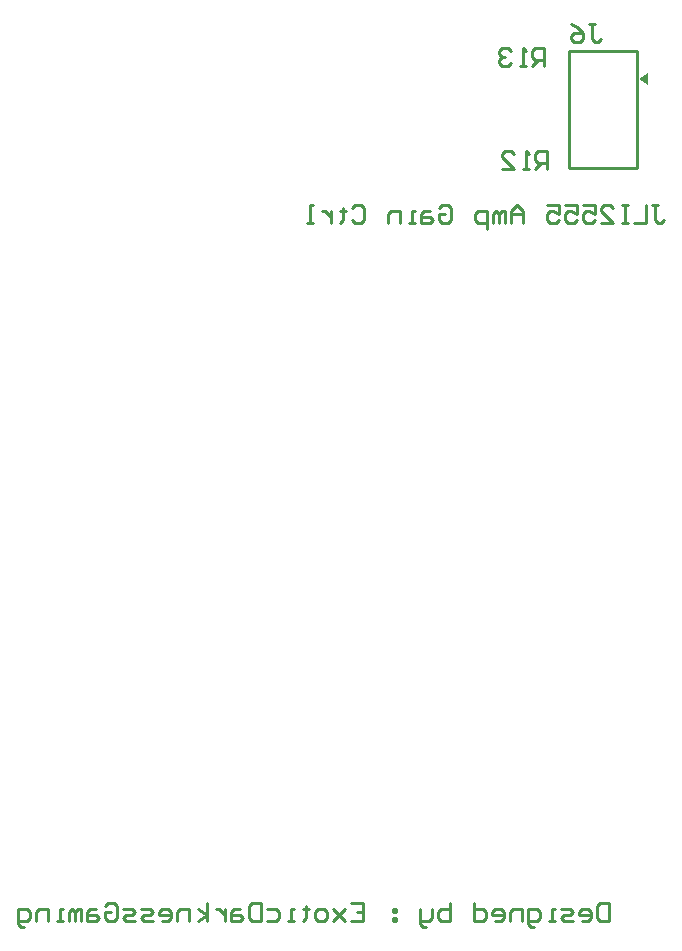
<source format=gbo>
G04*
G04 #@! TF.GenerationSoftware,Altium Limited,CircuitMaker,2.3.0 (2.3.0.3)*
G04*
G04 Layer_Color=13813960*
%FSLAX25Y25*%
%MOIN*%
G70*
G04*
G04 #@! TF.SameCoordinates,62C2B06D-8976-45AB-99A1-AE5862A21714*
G04*
G04*
G04 #@! TF.FilePolarity,Positive*
G04*
G01*
G75*
%ADD10C,0.01000*%
G36*
X694500Y372500D02*
X697500Y374500D01*
Y370500D01*
X694500Y372500D01*
D02*
G37*
D10*
X671212Y343012D02*
X693850D01*
X671212D02*
Y381989D01*
X693850D01*
Y343012D02*
Y381989D01*
X699001Y330497D02*
X701001D01*
X700001D01*
Y325499D01*
X701001Y324499D01*
X702000D01*
X703000Y325499D01*
X697002Y330497D02*
Y324499D01*
X693003D01*
X691004Y330497D02*
X689005D01*
X690004D01*
Y324499D01*
X691004D01*
X689005D01*
X682007D02*
X686005D01*
X682007Y328498D01*
Y329498D01*
X683006Y330497D01*
X685006D01*
X686005Y329498D01*
X676009Y330497D02*
X680007D01*
Y327498D01*
X678008Y328498D01*
X677008D01*
X676009Y327498D01*
Y325499D01*
X677008Y324499D01*
X679008D01*
X680007Y325499D01*
X670011Y330497D02*
X674009D01*
Y327498D01*
X672010Y328498D01*
X671010D01*
X670011Y327498D01*
Y325499D01*
X671010Y324499D01*
X673010D01*
X674009Y325499D01*
X664013Y330497D02*
X668011D01*
Y327498D01*
X666012Y328498D01*
X665012D01*
X664013Y327498D01*
Y325499D01*
X665012Y324499D01*
X667012D01*
X668011Y325499D01*
X656015Y324499D02*
Y328498D01*
X654016Y330497D01*
X652016Y328498D01*
Y324499D01*
Y327498D01*
X656015D01*
X650017Y324499D02*
Y328498D01*
X649017D01*
X648018Y327498D01*
Y324499D01*
Y327498D01*
X647018Y328498D01*
X646018Y327498D01*
Y324499D01*
X644019Y322500D02*
Y328498D01*
X641020D01*
X640020Y327498D01*
Y325499D01*
X641020Y324499D01*
X644019D01*
X628024Y329498D02*
X629024Y330497D01*
X631023D01*
X632023Y329498D01*
Y325499D01*
X631023Y324499D01*
X629024D01*
X628024Y325499D01*
Y327498D01*
X630024D01*
X625025Y328498D02*
X623026D01*
X622026Y327498D01*
Y324499D01*
X625025D01*
X626025Y325499D01*
X625025Y326499D01*
X622026D01*
X620027Y324499D02*
X618027D01*
X619027D01*
Y328498D01*
X620027D01*
X615028Y324499D02*
Y328498D01*
X612029D01*
X611030Y327498D01*
Y324499D01*
X599034Y329498D02*
X600033Y330497D01*
X602033D01*
X603032Y329498D01*
Y325499D01*
X602033Y324499D01*
X600033D01*
X599034Y325499D01*
X596035Y329498D02*
Y328498D01*
X597034D01*
X595035D01*
X596035D01*
Y325499D01*
X595035Y324499D01*
X592036Y328498D02*
Y324499D01*
Y326499D01*
X591036Y327498D01*
X590036Y328498D01*
X589037D01*
X586038Y324499D02*
X584038D01*
X585038D01*
Y330497D01*
X586038D01*
X678001Y390998D02*
X680001D01*
X679001D01*
Y386000D01*
X680001Y385000D01*
X681000D01*
X682000Y386000D01*
X672003Y390998D02*
X674003Y389998D01*
X676002Y387999D01*
Y386000D01*
X675002Y385000D01*
X673003D01*
X672003Y386000D01*
Y386999D01*
X673003Y387999D01*
X676002D01*
X684500Y97997D02*
Y91999D01*
X681501D01*
X680501Y92999D01*
Y96998D01*
X681501Y97997D01*
X684500D01*
X675503Y91999D02*
X677502D01*
X678502Y92999D01*
Y94998D01*
X677502Y95998D01*
X675503D01*
X674503Y94998D01*
Y93999D01*
X678502D01*
X672504Y91999D02*
X669505D01*
X668505Y92999D01*
X669505Y93999D01*
X671504D01*
X672504Y94998D01*
X671504Y95998D01*
X668505D01*
X666506Y91999D02*
X664506D01*
X665506D01*
Y95998D01*
X666506D01*
X659508Y90000D02*
X658508D01*
X657509Y91000D01*
Y95998D01*
X660508D01*
X661507Y94998D01*
Y92999D01*
X660508Y91999D01*
X657509D01*
X655509D02*
Y95998D01*
X652510D01*
X651511Y94998D01*
Y91999D01*
X646512D02*
X648512D01*
X649511Y92999D01*
Y94998D01*
X648512Y95998D01*
X646512D01*
X645513Y94998D01*
Y93999D01*
X649511D01*
X639514Y97997D02*
Y91999D01*
X642514D01*
X643513Y92999D01*
Y94998D01*
X642514Y95998D01*
X639514D01*
X631517Y97997D02*
Y91999D01*
X628518D01*
X627518Y92999D01*
Y93999D01*
Y94998D01*
X628518Y95998D01*
X631517D01*
X625519D02*
Y92999D01*
X624519Y91999D01*
X621520D01*
Y91000D01*
X622520Y90000D01*
X623520D01*
X621520Y91999D02*
Y95998D01*
X613523D02*
X612523D01*
Y94998D01*
X613523D01*
Y95998D01*
Y92999D02*
X612523D01*
Y91999D01*
X613523D01*
Y92999D01*
X598528Y97997D02*
X602527D01*
Y91999D01*
X598528D01*
X602527Y94998D02*
X600527D01*
X596528Y95998D02*
X592530Y91999D01*
X594529Y93999D01*
X592530Y95998D01*
X596528Y91999D01*
X589531D02*
X587531D01*
X586532Y92999D01*
Y94998D01*
X587531Y95998D01*
X589531D01*
X590530Y94998D01*
Y92999D01*
X589531Y91999D01*
X583533Y96998D02*
Y95998D01*
X584532D01*
X582533D01*
X583533D01*
Y92999D01*
X582533Y91999D01*
X579534D02*
X577535D01*
X578534D01*
Y95998D01*
X579534D01*
X570537D02*
X573536D01*
X574536Y94998D01*
Y92999D01*
X573536Y91999D01*
X570537D01*
X568538Y97997D02*
Y91999D01*
X565539D01*
X564539Y92999D01*
Y96998D01*
X565539Y97997D01*
X568538D01*
X561540Y95998D02*
X559540D01*
X558541Y94998D01*
Y91999D01*
X561540D01*
X562539Y92999D01*
X561540Y93999D01*
X558541D01*
X556541Y95998D02*
Y91999D01*
Y93999D01*
X555542Y94998D01*
X554542Y95998D01*
X553542D01*
X550543Y91999D02*
Y97997D01*
Y93999D02*
X547544Y95998D01*
X550543Y93999D02*
X547544Y91999D01*
X544545D02*
Y95998D01*
X541546D01*
X540547Y94998D01*
Y91999D01*
X535548D02*
X537547D01*
X538547Y92999D01*
Y94998D01*
X537547Y95998D01*
X535548D01*
X534549Y94998D01*
Y93999D01*
X538547D01*
X532549Y91999D02*
X529550D01*
X528550Y92999D01*
X529550Y93999D01*
X531550D01*
X532549Y94998D01*
X531550Y95998D01*
X528550D01*
X526551Y91999D02*
X523552D01*
X522552Y92999D01*
X523552Y93999D01*
X525551D01*
X526551Y94998D01*
X525551Y95998D01*
X522552D01*
X516554Y96998D02*
X517554Y97997D01*
X519553D01*
X520553Y96998D01*
Y92999D01*
X519553Y91999D01*
X517554D01*
X516554Y92999D01*
Y94998D01*
X518554D01*
X513555Y95998D02*
X511556D01*
X510556Y94998D01*
Y91999D01*
X513555D01*
X514555Y92999D01*
X513555Y93999D01*
X510556D01*
X508557Y91999D02*
Y95998D01*
X507557D01*
X506558Y94998D01*
Y91999D01*
Y94998D01*
X505558Y95998D01*
X504558Y94998D01*
Y91999D01*
X502559D02*
X500560D01*
X501559D01*
Y95998D01*
X502559D01*
X497561Y91999D02*
Y95998D01*
X494561D01*
X493562Y94998D01*
Y91999D01*
X489563Y90000D02*
X488563D01*
X487564Y91000D01*
Y95998D01*
X490563D01*
X491562Y94998D01*
Y92999D01*
X490563Y91999D01*
X487564D01*
X662998Y377001D02*
Y382999D01*
X659999D01*
X658999Y381999D01*
Y380000D01*
X659999Y379000D01*
X662998D01*
X660998D02*
X658999Y377001D01*
X656999D02*
X655000D01*
X656000D01*
Y382999D01*
X656999Y381999D01*
X652001D02*
X651002Y382999D01*
X649002D01*
X648002Y381999D01*
Y381000D01*
X649002Y380000D01*
X650002D01*
X649002D01*
X648002Y379000D01*
Y378001D01*
X649002Y377001D01*
X651002D01*
X652001Y378001D01*
X663998Y342501D02*
Y348499D01*
X660998D01*
X659999Y347499D01*
Y345500D01*
X660998Y344500D01*
X663998D01*
X661998D02*
X659999Y342501D01*
X658000D02*
X656000D01*
X657000D01*
Y348499D01*
X658000Y347499D01*
X649002Y342501D02*
X653001D01*
X649002Y346500D01*
Y347499D01*
X650002Y348499D01*
X652001D01*
X653001Y347499D01*
M02*

</source>
